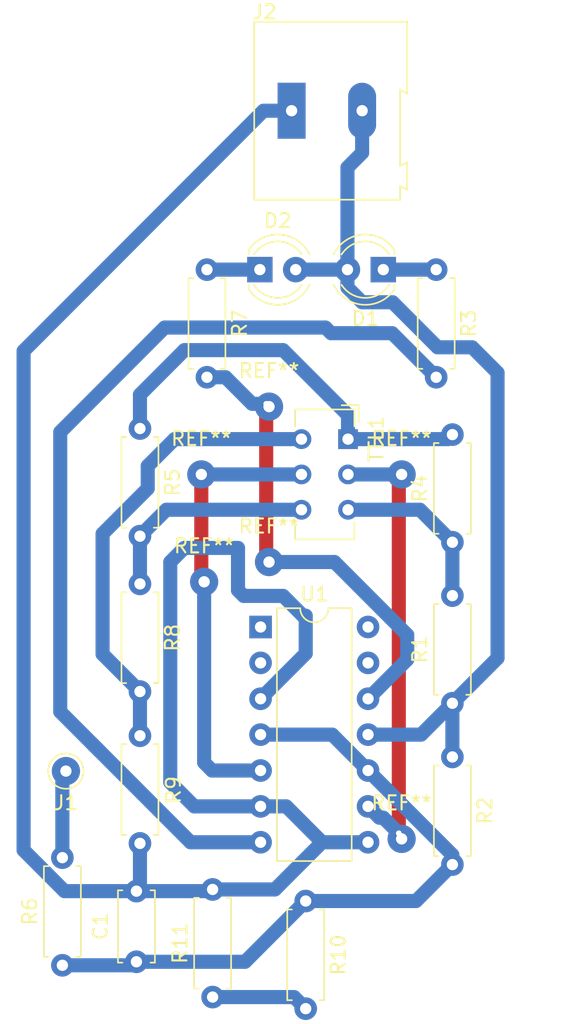
<source format=kicad_pcb>
(kicad_pcb (version 20171130) (host pcbnew "(5.0.1)-3")

  (general
    (thickness 1.6)
    (drawings 0)
    (tracks 122)
    (zones 0)
    (modules 24)
    (nets 20)
  )

  (page A4)
  (layers
    (0 F.Cu signal)
    (31 B.Cu signal)
    (32 B.Adhes user)
    (33 F.Adhes user)
    (34 B.Paste user)
    (35 F.Paste user)
    (36 B.SilkS user)
    (37 F.SilkS user)
    (38 B.Mask user)
    (39 F.Mask user)
    (40 Dwgs.User user)
    (41 Cmts.User user)
    (42 Eco1.User user)
    (43 Eco2.User user)
    (44 Edge.Cuts user)
    (45 Margin user)
    (46 B.CrtYd user)
    (47 F.CrtYd user)
    (48 B.Fab user)
    (49 F.Fab user)
  )

  (setup
    (last_trace_width 1)
    (trace_clearance 0.2)
    (zone_clearance 0.508)
    (zone_45_only no)
    (trace_min 0.2)
    (segment_width 0.2)
    (edge_width 0.1)
    (via_size 0.6)
    (via_drill 0.4)
    (via_min_size 0.4)
    (via_min_drill 0.3)
    (uvia_size 0.3)
    (uvia_drill 0.1)
    (uvias_allowed no)
    (uvia_min_size 0.2)
    (uvia_min_drill 0.1)
    (pcb_text_width 0.3)
    (pcb_text_size 1.5 1.5)
    (mod_edge_width 0.15)
    (mod_text_size 1 1)
    (mod_text_width 0.15)
    (pad_size 1.99898 1.99898)
    (pad_drill 0.8)
    (pad_to_mask_clearance 0)
    (solder_mask_min_width 0.25)
    (aux_axis_origin 0 0)
    (visible_elements 7FFFFFFF)
    (pcbplotparams
      (layerselection 0x010fc_ffffffff)
      (usegerberextensions false)
      (usegerberattributes false)
      (usegerberadvancedattributes false)
      (creategerberjobfile false)
      (excludeedgelayer true)
      (linewidth 0.100000)
      (plotframeref false)
      (viasonmask false)
      (mode 1)
      (useauxorigin false)
      (hpglpennumber 1)
      (hpglpenspeed 20)
      (hpglpendiameter 15.000000)
      (psnegative false)
      (psa4output false)
      (plotreference true)
      (plotvalue true)
      (plotinvisibletext false)
      (padsonsilk false)
      (subtractmaskfromsilk false)
      (outputformat 1)
      (mirror false)
      (drillshape 1)
      (scaleselection 1)
      (outputdirectory ""))
  )

  (net 0 "")
  (net 1 GND)
  (net 2 "Net-(C1-Pad1)")
  (net 3 +5V)
  (net 4 "Net-(D1-Pad1)")
  (net 5 "Net-(D2-Pad1)")
  (net 6 "Net-(J1-Pad1)")
  (net 7 "Net-(R1-Pad2)")
  (net 8 "Net-(R3-Pad2)")
  (net 9 "Net-(R4-Pad2)")
  (net 10 "Net-(R5-Pad2)")
  (net 11 "Net-(R7-Pad2)")
  (net 12 "Net-(R8-Pad2)")
  (net 13 "Net-(R10-Pad2)")
  (net 14 "Net-(TTL1-Pad5)")
  (net 15 "Net-(TTL1-Pad2)")
  (net 16 "Net-(U1-Pad14)")
  (net 17 "Net-(U1-Pad13)")
  (net 18 "Net-(U1-Pad2)")
  (net 19 "Net-(U1-Pad1)")

  (net_class Default "This is the default net class."
    (clearance 0.2)
    (trace_width 1)
    (via_dia 0.6)
    (via_drill 0.4)
    (uvia_dia 0.3)
    (uvia_drill 0.1)
    (add_net +5V)
    (add_net GND)
    (add_net "Net-(C1-Pad1)")
    (add_net "Net-(D1-Pad1)")
    (add_net "Net-(D2-Pad1)")
    (add_net "Net-(J1-Pad1)")
    (add_net "Net-(R1-Pad2)")
    (add_net "Net-(R10-Pad2)")
    (add_net "Net-(R3-Pad2)")
    (add_net "Net-(R4-Pad2)")
    (add_net "Net-(R5-Pad2)")
    (add_net "Net-(R7-Pad2)")
    (add_net "Net-(R8-Pad2)")
    (add_net "Net-(TTL1-Pad2)")
    (add_net "Net-(TTL1-Pad5)")
    (add_net "Net-(U1-Pad1)")
    (add_net "Net-(U1-Pad13)")
    (add_net "Net-(U1-Pad14)")
    (add_net "Net-(U1-Pad2)")
  )

  (module Capacitors_THT:C_Disc_D5.0mm_W2.5mm_P5.00mm (layer F.Cu) (tedit 5BF8064E) (tstamp 5BEB3938)
    (at 180 120.5 90)
    (descr "C, Disc series, Radial, pin pitch=5.00mm, , diameter*width=5*2.5mm^2, Capacitor, http://cdn-reichelt.de/documents/datenblatt/B300/DS_KERKO_TC.pdf")
    (tags "C Disc series Radial pin pitch 5.00mm  diameter 5mm width 2.5mm Capacitor")
    (path /5BBF9380)
    (fp_text reference C1 (at 2.5 -2.56 90) (layer F.SilkS)
      (effects (font (size 1 1) (thickness 0.15)))
    )
    (fp_text value 10nF (at 2.5 2.56 90) (layer F.Fab)
      (effects (font (size 1 1) (thickness 0.15)))
    )
    (fp_text user %R (at 2.25 0 90) (layer F.Fab)
      (effects (font (size 1 1) (thickness 0.15)))
    )
    (fp_line (start 6.05 -1.6) (end -1.05 -1.6) (layer F.CrtYd) (width 0.05))
    (fp_line (start 6.05 1.6) (end 6.05 -1.6) (layer F.CrtYd) (width 0.05))
    (fp_line (start -1.05 1.6) (end 6.05 1.6) (layer F.CrtYd) (width 0.05))
    (fp_line (start -1.05 -1.6) (end -1.05 1.6) (layer F.CrtYd) (width 0.05))
    (fp_line (start 5.06 0.996) (end 5.06 1.31) (layer F.SilkS) (width 0.12))
    (fp_line (start 5.06 -1.31) (end 5.06 -0.996) (layer F.SilkS) (width 0.12))
    (fp_line (start -0.06 0.996) (end -0.06 1.31) (layer F.SilkS) (width 0.12))
    (fp_line (start -0.06 -1.31) (end -0.06 -0.996) (layer F.SilkS) (width 0.12))
    (fp_line (start -0.06 1.31) (end 5.06 1.31) (layer F.SilkS) (width 0.12))
    (fp_line (start -0.06 -1.31) (end 5.06 -1.31) (layer F.SilkS) (width 0.12))
    (fp_line (start 5 -1.25) (end 0 -1.25) (layer F.Fab) (width 0.1))
    (fp_line (start 5 1.25) (end 5 -1.25) (layer F.Fab) (width 0.1))
    (fp_line (start 0 1.25) (end 5 1.25) (layer F.Fab) (width 0.1))
    (fp_line (start 0 -1.25) (end 0 1.25) (layer F.Fab) (width 0.1))
    (pad 2 thru_hole circle (at 5 0 90) (size 1.6 1.6) (drill 0.8) (layers *.Cu *.Mask)
      (net 1 GND))
    (pad 1 thru_hole circle (at 0 0 90) (size 1.6 1.6) (drill 0.8) (layers *.Cu *.Mask)
      (net 2 "Net-(C1-Pad1)"))
    (model ${KISYS3DMOD}/Capacitors_THT.3dshapes/C_Disc_D5.0mm_W2.5mm_P5.00mm.wrl
      (at (xyz 0 0 0))
      (scale (xyz 1 1 1))
      (rotate (xyz 0 0 0))
    )
  )

  (module LEDs:LED_D4.0mm (layer F.Cu) (tedit 5BF805E5) (tstamp 5BEB3900)
    (at 197.5 71.5 180)
    (descr "LED, diameter 4.0mm, 2 pins, http://www.kingbright.com/attachments/file/psearch/000/00/00/L-43GD(Ver.12B).pdf")
    (tags "LED diameter 4.0mm 2 pins")
    (path /5BBF0DAA)
    (fp_text reference D1 (at 1.27 -3.46 180) (layer F.SilkS)
      (effects (font (size 1 1) (thickness 0.15)))
    )
    (fp_text value "LED HIGH" (at 1.27 3.46 180) (layer F.Fab)
      (effects (font (size 1 1) (thickness 0.15)))
    )
    (fp_line (start 4 -2.75) (end -1.45 -2.75) (layer F.CrtYd) (width 0.05))
    (fp_line (start 4 2.75) (end 4 -2.75) (layer F.CrtYd) (width 0.05))
    (fp_line (start -1.45 2.75) (end 4 2.75) (layer F.CrtYd) (width 0.05))
    (fp_line (start -1.45 -2.75) (end -1.45 2.75) (layer F.CrtYd) (width 0.05))
    (fp_line (start -0.79 1.08) (end -0.79 1.399) (layer F.SilkS) (width 0.12))
    (fp_line (start -0.79 -1.399) (end -0.79 -1.08) (layer F.SilkS) (width 0.12))
    (fp_line (start -0.73 -1.32665) (end -0.73 1.32665) (layer F.Fab) (width 0.1))
    (fp_circle (center 1.27 0) (end 3.27 0) (layer F.Fab) (width 0.1))
    (fp_arc (start 1.27 0) (end -0.41333 1.08) (angle -114.6) (layer F.SilkS) (width 0.12))
    (fp_arc (start 1.27 0) (end -0.41333 -1.08) (angle 114.6) (layer F.SilkS) (width 0.12))
    (fp_arc (start 1.27 0) (end -0.79 1.398749) (angle -120.1) (layer F.SilkS) (width 0.12))
    (fp_arc (start 1.27 0) (end -0.79 -1.398749) (angle 120.1) (layer F.SilkS) (width 0.12))
    (fp_arc (start 1.27 0) (end -0.73 -1.32665) (angle 292.9) (layer F.Fab) (width 0.1))
    (pad 2 thru_hole circle (at 2.54 0 180) (size 1.8 1.8) (drill 0.8) (layers *.Cu *.Mask)
      (net 3 +5V))
    (pad 1 thru_hole rect (at 0 0 180) (size 1.8 1.8) (drill 0.8) (layers *.Cu *.Mask)
      (net 4 "Net-(D1-Pad1)"))
    (model ${KISYS3DMOD}/LEDs.3dshapes/LED_D4.0mm.wrl
      (at (xyz 0 0 0))
      (scale (xyz 0.393701 0.393701 0.393701))
      (rotate (xyz 0 0 0))
    )
  )

  (module LEDs:LED_D4.0mm (layer F.Cu) (tedit 5BF805E1) (tstamp 5BEB3798)
    (at 188.75 71.5)
    (descr "LED, diameter 4.0mm, 2 pins, http://www.kingbright.com/attachments/file/psearch/000/00/00/L-43GD(Ver.12B).pdf")
    (tags "LED diameter 4.0mm 2 pins")
    (path /5BBF0E71)
    (fp_text reference D2 (at 1.27 -3.46) (layer F.SilkS)
      (effects (font (size 1 1) (thickness 0.15)))
    )
    (fp_text value "LED LOW" (at 1.27 3.46) (layer F.Fab)
      (effects (font (size 1 1) (thickness 0.15)))
    )
    (fp_arc (start 1.27 0) (end -0.73 -1.32665) (angle 292.9) (layer F.Fab) (width 0.1))
    (fp_arc (start 1.27 0) (end -0.79 -1.398749) (angle 120.1) (layer F.SilkS) (width 0.12))
    (fp_arc (start 1.27 0) (end -0.79 1.398749) (angle -120.1) (layer F.SilkS) (width 0.12))
    (fp_arc (start 1.27 0) (end -0.41333 -1.08) (angle 114.6) (layer F.SilkS) (width 0.12))
    (fp_arc (start 1.27 0) (end -0.41333 1.08) (angle -114.6) (layer F.SilkS) (width 0.12))
    (fp_circle (center 1.27 0) (end 3.27 0) (layer F.Fab) (width 0.1))
    (fp_line (start -0.73 -1.32665) (end -0.73 1.32665) (layer F.Fab) (width 0.1))
    (fp_line (start -0.79 -1.399) (end -0.79 -1.08) (layer F.SilkS) (width 0.12))
    (fp_line (start -0.79 1.08) (end -0.79 1.399) (layer F.SilkS) (width 0.12))
    (fp_line (start -1.45 -2.75) (end -1.45 2.75) (layer F.CrtYd) (width 0.05))
    (fp_line (start -1.45 2.75) (end 4 2.75) (layer F.CrtYd) (width 0.05))
    (fp_line (start 4 2.75) (end 4 -2.75) (layer F.CrtYd) (width 0.05))
    (fp_line (start 4 -2.75) (end -1.45 -2.75) (layer F.CrtYd) (width 0.05))
    (pad 1 thru_hole rect (at 0 0) (size 1.8 1.8) (drill 0.8) (layers *.Cu *.Mask)
      (net 5 "Net-(D2-Pad1)"))
    (pad 2 thru_hole circle (at 2.54 0) (size 1.8 1.8) (drill 0.8) (layers *.Cu *.Mask)
      (net 3 +5V))
    (model ${KISYS3DMOD}/LEDs.3dshapes/LED_D4.0mm.wrl
      (at (xyz 0 0 0))
      (scale (xyz 0.393701 0.393701 0.393701))
      (rotate (xyz 0 0 0))
    )
  )

  (module Connectors:Pin_d1.0mm_L10.0mm (layer F.Cu) (tedit 5BF8063F) (tstamp 5BEB3774)
    (at 175 107)
    (descr "solder Pin_ diameter 1.0mm, hole diameter 1.0mm (press fit), length 10.0mm")
    (tags "solder Pin_ press fit")
    (path /5BBF1BCB)
    (fp_text reference J1 (at 0 2.25) (layer F.SilkS)
      (effects (font (size 1 1) (thickness 0.15)))
    )
    (fp_text value "TEST PROBE" (at 0 -2.05) (layer F.Fab)
      (effects (font (size 1 1) (thickness 0.15)))
    )
    (fp_circle (center 0 0) (end 1.25 0.05) (layer F.SilkS) (width 0.12))
    (fp_circle (center 0 0) (end 1 0) (layer F.Fab) (width 0.12))
    (fp_circle (center 0 0) (end 0.5 0) (layer F.Fab) (width 0.12))
    (fp_circle (center 0 0) (end 1.5 0) (layer F.CrtYd) (width 0.05))
    (fp_text user %R (at 0 2.25) (layer F.Fab)
      (effects (font (size 1 1) (thickness 0.15)))
    )
    (pad 1 thru_hole circle (at 0 0) (size 2 2) (drill 0.8) (layers *.Cu *.Mask)
      (net 6 "Net-(J1-Pad1)"))
    (model ${KISYS3DMOD}/Connectors.3dshapes/Pin_d1.0mm_L10.0mm.wrl
      (at (xyz 0 0 0))
      (scale (xyz 1 1 1))
      (rotate (xyz 0 0 0))
    )
  )

  (module Connectors_Terminal_Blocks:TerminalBlock_Altech_AK300-2_P5.00mm (layer F.Cu) (tedit 5BF80671) (tstamp 5BEB3822)
    (at 191 60.25)
    (descr "Altech AK300 terminal block, pitch 5.0mm, 45 degree angled, see http://www.mouser.com/ds/2/16/PCBMETRC-24178.pdf")
    (tags "Altech AK300 terminal block pitch 5.0mm")
    (path /5BD755FA)
    (fp_text reference J2 (at -1.92 -6.99) (layer F.SilkS)
      (effects (font (size 1 1) (thickness 0.15)))
    )
    (fp_text value Conn_01x02 (at 2.78 7.75) (layer F.Fab)
      (effects (font (size 1 1) (thickness 0.15)))
    )
    (fp_arc (start -1.13 -4.65) (end -1.42 -4.13) (angle 104.2) (layer F.Fab) (width 0.1))
    (fp_arc (start -0.01 -3.71) (end -1.62 -5) (angle 100) (layer F.Fab) (width 0.1))
    (fp_arc (start 0.06 -6.07) (end 1.53 -4.12) (angle 75.5) (layer F.Fab) (width 0.1))
    (fp_arc (start 1.03 -4.59) (end 1.53 -5.05) (angle 90.5) (layer F.Fab) (width 0.1))
    (fp_arc (start 3.87 -4.65) (end 3.58 -4.13) (angle 104.2) (layer F.Fab) (width 0.1))
    (fp_arc (start 4.99 -3.71) (end 3.39 -5) (angle 100) (layer F.Fab) (width 0.1))
    (fp_arc (start 5.07 -6.07) (end 6.53 -4.12) (angle 75.5) (layer F.Fab) (width 0.1))
    (fp_arc (start 6.03 -4.59) (end 6.54 -5.05) (angle 90.5) (layer F.Fab) (width 0.1))
    (fp_line (start 8.36 6.47) (end -2.83 6.47) (layer F.CrtYd) (width 0.05))
    (fp_line (start 8.36 6.47) (end 8.36 -6.47) (layer F.CrtYd) (width 0.05))
    (fp_line (start -2.83 -6.47) (end -2.83 6.47) (layer F.CrtYd) (width 0.05))
    (fp_line (start -2.83 -6.47) (end 8.36 -6.47) (layer F.CrtYd) (width 0.05))
    (fp_line (start 3.36 -0.25) (end 6.67 -0.25) (layer F.Fab) (width 0.1))
    (fp_line (start 2.98 -0.25) (end 3.36 -0.25) (layer F.Fab) (width 0.1))
    (fp_line (start 7.05 -0.25) (end 6.67 -0.25) (layer F.Fab) (width 0.1))
    (fp_line (start 6.67 -0.64) (end 3.36 -0.64) (layer F.Fab) (width 0.1))
    (fp_line (start 7.61 -0.64) (end 6.67 -0.64) (layer F.Fab) (width 0.1))
    (fp_line (start 1.66 -0.64) (end 3.36 -0.64) (layer F.Fab) (width 0.1))
    (fp_line (start -1.64 -0.64) (end 1.66 -0.64) (layer F.Fab) (width 0.1))
    (fp_line (start -2.58 -0.64) (end -1.64 -0.64) (layer F.Fab) (width 0.1))
    (fp_line (start 1.66 -0.25) (end -1.64 -0.25) (layer F.Fab) (width 0.1))
    (fp_line (start 2.04 -0.25) (end 1.66 -0.25) (layer F.Fab) (width 0.1))
    (fp_line (start -2.02 -0.25) (end -1.64 -0.25) (layer F.Fab) (width 0.1))
    (fp_line (start -1.49 -4.32) (end 1.56 -4.95) (layer F.Fab) (width 0.1))
    (fp_line (start -1.62 -4.45) (end 1.44 -5.08) (layer F.Fab) (width 0.1))
    (fp_line (start 3.52 -4.32) (end 6.56 -4.95) (layer F.Fab) (width 0.1))
    (fp_line (start 3.39 -4.45) (end 6.44 -5.08) (layer F.Fab) (width 0.1))
    (fp_line (start 2.04 -5.97) (end -2.02 -5.97) (layer F.Fab) (width 0.1))
    (fp_line (start -2.02 -3.43) (end -2.02 -5.97) (layer F.Fab) (width 0.1))
    (fp_line (start 2.04 -3.43) (end -2.02 -3.43) (layer F.Fab) (width 0.1))
    (fp_line (start 2.04 -3.43) (end 2.04 -5.97) (layer F.Fab) (width 0.1))
    (fp_line (start 7.05 -3.43) (end 2.98 -3.43) (layer F.Fab) (width 0.1))
    (fp_line (start 7.05 -5.97) (end 7.05 -3.43) (layer F.Fab) (width 0.1))
    (fp_line (start 2.98 -5.97) (end 7.05 -5.97) (layer F.Fab) (width 0.1))
    (fp_line (start 2.98 -3.43) (end 2.98 -5.97) (layer F.Fab) (width 0.1))
    (fp_line (start 7.61 -3.17) (end 7.61 -1.65) (layer F.Fab) (width 0.1))
    (fp_line (start -2.58 -3.17) (end -2.58 -6.22) (layer F.Fab) (width 0.1))
    (fp_line (start -2.58 -3.17) (end 7.61 -3.17) (layer F.Fab) (width 0.1))
    (fp_line (start 7.61 -0.64) (end 7.61 4.06) (layer F.Fab) (width 0.1))
    (fp_line (start 7.61 -1.65) (end 7.61 -0.64) (layer F.Fab) (width 0.1))
    (fp_line (start -2.58 -0.64) (end -2.58 -3.17) (layer F.Fab) (width 0.1))
    (fp_line (start -2.58 6.22) (end -2.58 -0.64) (layer F.Fab) (width 0.1))
    (fp_line (start 6.67 0.51) (end 6.28 0.51) (layer F.Fab) (width 0.1))
    (fp_line (start 3.36 0.51) (end 3.74 0.51) (layer F.Fab) (width 0.1))
    (fp_line (start 1.66 0.51) (end 1.28 0.51) (layer F.Fab) (width 0.1))
    (fp_line (start -1.64 0.51) (end -1.26 0.51) (layer F.Fab) (width 0.1))
    (fp_line (start -1.64 3.68) (end -1.64 0.51) (layer F.Fab) (width 0.1))
    (fp_line (start 1.66 3.68) (end -1.64 3.68) (layer F.Fab) (width 0.1))
    (fp_line (start 1.66 3.68) (end 1.66 0.51) (layer F.Fab) (width 0.1))
    (fp_line (start 3.36 3.68) (end 3.36 0.51) (layer F.Fab) (width 0.1))
    (fp_line (start 6.67 3.68) (end 3.36 3.68) (layer F.Fab) (width 0.1))
    (fp_line (start 6.67 3.68) (end 6.67 0.51) (layer F.Fab) (width 0.1))
    (fp_line (start -2.02 4.32) (end -2.02 6.22) (layer F.Fab) (width 0.1))
    (fp_line (start 2.04 4.32) (end 2.04 -0.25) (layer F.Fab) (width 0.1))
    (fp_line (start 2.04 4.32) (end -2.02 4.32) (layer F.Fab) (width 0.1))
    (fp_line (start 7.05 4.32) (end 7.05 6.22) (layer F.Fab) (width 0.1))
    (fp_line (start 2.98 4.32) (end 2.98 -0.25) (layer F.Fab) (width 0.1))
    (fp_line (start 2.98 4.32) (end 7.05 4.32) (layer F.Fab) (width 0.1))
    (fp_line (start -2.02 6.22) (end 2.04 6.22) (layer F.Fab) (width 0.1))
    (fp_line (start -2.58 6.22) (end -2.02 6.22) (layer F.Fab) (width 0.1))
    (fp_line (start -2.02 -0.25) (end -2.02 4.32) (layer F.Fab) (width 0.1))
    (fp_line (start 2.04 6.22) (end 2.98 6.22) (layer F.Fab) (width 0.1))
    (fp_line (start 2.04 6.22) (end 2.04 4.32) (layer F.Fab) (width 0.1))
    (fp_line (start 7.05 6.22) (end 7.61 6.22) (layer F.Fab) (width 0.1))
    (fp_line (start 2.98 6.22) (end 7.05 6.22) (layer F.Fab) (width 0.1))
    (fp_line (start 7.05 -0.25) (end 7.05 4.32) (layer F.Fab) (width 0.1))
    (fp_line (start 2.98 6.22) (end 2.98 4.32) (layer F.Fab) (width 0.1))
    (fp_line (start 8.11 3.81) (end 8.11 5.46) (layer F.Fab) (width 0.1))
    (fp_line (start 7.61 4.06) (end 7.61 5.21) (layer F.Fab) (width 0.1))
    (fp_line (start 8.11 3.81) (end 7.61 4.06) (layer F.Fab) (width 0.1))
    (fp_line (start 7.61 5.21) (end 7.61 6.22) (layer F.Fab) (width 0.1))
    (fp_line (start 8.11 5.46) (end 7.61 5.21) (layer F.Fab) (width 0.1))
    (fp_line (start 8.11 -1.4) (end 7.61 -1.65) (layer F.Fab) (width 0.1))
    (fp_line (start 8.11 -6.22) (end 8.11 -1.4) (layer F.Fab) (width 0.1))
    (fp_line (start 7.61 -6.22) (end 8.11 -6.22) (layer F.Fab) (width 0.1))
    (fp_line (start 7.61 -6.22) (end -2.58 -6.22) (layer F.Fab) (width 0.1))
    (fp_line (start 7.61 -6.22) (end 7.61 -3.17) (layer F.Fab) (width 0.1))
    (fp_line (start 3.74 2.54) (end 3.74 -0.25) (layer F.Fab) (width 0.1))
    (fp_line (start 3.74 -0.25) (end 6.28 -0.25) (layer F.Fab) (width 0.1))
    (fp_line (start 6.28 2.54) (end 6.28 -0.25) (layer F.Fab) (width 0.1))
    (fp_line (start 3.74 2.54) (end 6.28 2.54) (layer F.Fab) (width 0.1))
    (fp_line (start -1.26 2.54) (end -1.26 -0.25) (layer F.Fab) (width 0.1))
    (fp_line (start -1.26 -0.25) (end 1.28 -0.25) (layer F.Fab) (width 0.1))
    (fp_line (start 1.28 2.54) (end 1.28 -0.25) (layer F.Fab) (width 0.1))
    (fp_line (start -1.26 2.54) (end 1.28 2.54) (layer F.Fab) (width 0.1))
    (fp_line (start 8.2 -6.3) (end -2.65 -6.3) (layer F.SilkS) (width 0.12))
    (fp_line (start 8.2 -1.2) (end 8.2 -6.3) (layer F.SilkS) (width 0.12))
    (fp_line (start 7.7 -1.5) (end 8.2 -1.2) (layer F.SilkS) (width 0.12))
    (fp_line (start 7.7 3.9) (end 7.7 -1.5) (layer F.SilkS) (width 0.12))
    (fp_line (start 8.2 3.65) (end 7.7 3.9) (layer F.SilkS) (width 0.12))
    (fp_line (start 8.2 3.7) (end 8.2 3.65) (layer F.SilkS) (width 0.12))
    (fp_line (start 8.2 5.6) (end 8.2 3.7) (layer F.SilkS) (width 0.12))
    (fp_line (start 7.7 5.35) (end 8.2 5.6) (layer F.SilkS) (width 0.12))
    (fp_line (start 7.7 6.3) (end 7.7 5.35) (layer F.SilkS) (width 0.12))
    (fp_line (start -2.65 6.3) (end 7.7 6.3) (layer F.SilkS) (width 0.12))
    (fp_line (start -2.65 -6.3) (end -2.65 6.3) (layer F.SilkS) (width 0.12))
    (fp_text user %R (at 2.5 -2) (layer F.Fab)
      (effects (font (size 1 1) (thickness 0.15)))
    )
    (pad 2 thru_hole oval (at 5 0) (size 1.98 3.96) (drill 0.8) (layers *.Cu *.Mask)
      (net 3 +5V))
    (pad 1 thru_hole rect (at 0 0) (size 1.98 3.96) (drill 0.8) (layers *.Cu *.Mask)
      (net 1 GND))
    (model ${KISYS3DMOD}/Terminal_Blocks.3dshapes/TerminalBlock_Altech_AK300-2_P5.00mm.wrl
      (at (xyz 0 0 0))
      (scale (xyz 1 1 1))
      (rotate (xyz 0 0 0))
    )
  )

  (module Resistors_THT:R_Axial_DIN0207_L6.3mm_D2.5mm_P7.62mm_Horizontal (layer F.Cu) (tedit 5874F706) (tstamp 5BEB3741)
    (at 202.4 102.2 90)
    (descr "Resistor, Axial_DIN0207 series, Axial, Horizontal, pin pitch=7.62mm, 0.25W = 1/4W, length*diameter=6.3*2.5mm^2, http://cdn-reichelt.de/documents/datenblatt/B400/1_4W%23YAG.pdf")
    (tags "Resistor Axial_DIN0207 series Axial Horizontal pin pitch 7.62mm 0.25W = 1/4W length 6.3mm diameter 2.5mm")
    (path /5BBF0ACE)
    (fp_text reference R1 (at 3.81 -2.31 90) (layer F.SilkS)
      (effects (font (size 1 1) (thickness 0.15)))
    )
    (fp_text value 47k (at 3.81 2.31 90) (layer F.Fab)
      (effects (font (size 1 1) (thickness 0.15)))
    )
    (fp_line (start 0.66 -1.25) (end 0.66 1.25) (layer F.Fab) (width 0.1))
    (fp_line (start 0.66 1.25) (end 6.96 1.25) (layer F.Fab) (width 0.1))
    (fp_line (start 6.96 1.25) (end 6.96 -1.25) (layer F.Fab) (width 0.1))
    (fp_line (start 6.96 -1.25) (end 0.66 -1.25) (layer F.Fab) (width 0.1))
    (fp_line (start 0 0) (end 0.66 0) (layer F.Fab) (width 0.1))
    (fp_line (start 7.62 0) (end 6.96 0) (layer F.Fab) (width 0.1))
    (fp_line (start 0.6 -0.98) (end 0.6 -1.31) (layer F.SilkS) (width 0.12))
    (fp_line (start 0.6 -1.31) (end 7.02 -1.31) (layer F.SilkS) (width 0.12))
    (fp_line (start 7.02 -1.31) (end 7.02 -0.98) (layer F.SilkS) (width 0.12))
    (fp_line (start 0.6 0.98) (end 0.6 1.31) (layer F.SilkS) (width 0.12))
    (fp_line (start 0.6 1.31) (end 7.02 1.31) (layer F.SilkS) (width 0.12))
    (fp_line (start 7.02 1.31) (end 7.02 0.98) (layer F.SilkS) (width 0.12))
    (fp_line (start -1.05 -1.6) (end -1.05 1.6) (layer F.CrtYd) (width 0.05))
    (fp_line (start -1.05 1.6) (end 8.7 1.6) (layer F.CrtYd) (width 0.05))
    (fp_line (start 8.7 1.6) (end 8.7 -1.6) (layer F.CrtYd) (width 0.05))
    (fp_line (start 8.7 -1.6) (end -1.05 -1.6) (layer F.CrtYd) (width 0.05))
    (pad 1 thru_hole circle (at 0 0 90) (size 1.6 1.6) (drill 0.8) (layers *.Cu *.Mask)
      (net 3 +5V))
    (pad 2 thru_hole oval (at 7.62 0 90) (size 1.6 1.6) (drill 0.8) (layers *.Cu *.Mask)
      (net 7 "Net-(R1-Pad2)"))
    (model ${KISYS3DMOD}/Resistors_THT.3dshapes/R_Axial_DIN0207_L6.3mm_D2.5mm_P7.62mm_Horizontal.wrl
      (at (xyz 0 0 0))
      (scale (xyz 0.393701 0.393701 0.393701))
      (rotate (xyz 0 0 0))
    )
  )

  (module Resistors_THT:R_Axial_DIN0207_L6.3mm_D2.5mm_P7.62mm_Horizontal (layer F.Cu) (tedit 5874F706) (tstamp 5BEB41E2)
    (at 202.4 106 270)
    (descr "Resistor, Axial_DIN0207 series, Axial, Horizontal, pin pitch=7.62mm, 0.25W = 1/4W, length*diameter=6.3*2.5mm^2, http://cdn-reichelt.de/documents/datenblatt/B400/1_4W%23YAG.pdf")
    (tags "Resistor Axial_DIN0207 series Axial Horizontal pin pitch 7.62mm 0.25W = 1/4W length 6.3mm diameter 2.5mm")
    (path /5BBF0B71)
    (fp_text reference R2 (at 3.81 -2.31 270) (layer F.SilkS)
      (effects (font (size 1 1) (thickness 0.15)))
    )
    (fp_text value 1.2M (at 3.81 2.31 270) (layer F.Fab)
      (effects (font (size 1 1) (thickness 0.15)))
    )
    (fp_line (start 8.7 -1.6) (end -1.05 -1.6) (layer F.CrtYd) (width 0.05))
    (fp_line (start 8.7 1.6) (end 8.7 -1.6) (layer F.CrtYd) (width 0.05))
    (fp_line (start -1.05 1.6) (end 8.7 1.6) (layer F.CrtYd) (width 0.05))
    (fp_line (start -1.05 -1.6) (end -1.05 1.6) (layer F.CrtYd) (width 0.05))
    (fp_line (start 7.02 1.31) (end 7.02 0.98) (layer F.SilkS) (width 0.12))
    (fp_line (start 0.6 1.31) (end 7.02 1.31) (layer F.SilkS) (width 0.12))
    (fp_line (start 0.6 0.98) (end 0.6 1.31) (layer F.SilkS) (width 0.12))
    (fp_line (start 7.02 -1.31) (end 7.02 -0.98) (layer F.SilkS) (width 0.12))
    (fp_line (start 0.6 -1.31) (end 7.02 -1.31) (layer F.SilkS) (width 0.12))
    (fp_line (start 0.6 -0.98) (end 0.6 -1.31) (layer F.SilkS) (width 0.12))
    (fp_line (start 7.62 0) (end 6.96 0) (layer F.Fab) (width 0.1))
    (fp_line (start 0 0) (end 0.66 0) (layer F.Fab) (width 0.1))
    (fp_line (start 6.96 -1.25) (end 0.66 -1.25) (layer F.Fab) (width 0.1))
    (fp_line (start 6.96 1.25) (end 6.96 -1.25) (layer F.Fab) (width 0.1))
    (fp_line (start 0.66 1.25) (end 6.96 1.25) (layer F.Fab) (width 0.1))
    (fp_line (start 0.66 -1.25) (end 0.66 1.25) (layer F.Fab) (width 0.1))
    (pad 2 thru_hole oval (at 7.62 0 270) (size 1.6 1.6) (drill 0.8) (layers *.Cu *.Mask)
      (net 2 "Net-(C1-Pad1)"))
    (pad 1 thru_hole circle (at 0 0 270) (size 1.6 1.6) (drill 0.8) (layers *.Cu *.Mask)
      (net 3 +5V))
    (model ${KISYS3DMOD}/Resistors_THT.3dshapes/R_Axial_DIN0207_L6.3mm_D2.5mm_P7.62mm_Horizontal.wrl
      (at (xyz 0 0 0))
      (scale (xyz 0.393701 0.393701 0.393701))
      (rotate (xyz 0 0 0))
    )
  )

  (module Resistors_THT:R_Axial_DIN0207_L6.3mm_D2.5mm_P7.62mm_Horizontal (layer F.Cu) (tedit 5874F706) (tstamp 5BEB36C3)
    (at 201.25 71.5 270)
    (descr "Resistor, Axial_DIN0207 series, Axial, Horizontal, pin pitch=7.62mm, 0.25W = 1/4W, length*diameter=6.3*2.5mm^2, http://cdn-reichelt.de/documents/datenblatt/B400/1_4W%23YAG.pdf")
    (tags "Resistor Axial_DIN0207 series Axial Horizontal pin pitch 7.62mm 0.25W = 1/4W length 6.3mm diameter 2.5mm")
    (path /5BBF0C0A)
    (fp_text reference R3 (at 3.81 -2.31 270) (layer F.SilkS)
      (effects (font (size 1 1) (thickness 0.15)))
    )
    (fp_text value 560/0.5W (at 3.81 2.31 270) (layer F.Fab)
      (effects (font (size 1 1) (thickness 0.15)))
    )
    (fp_line (start 0.66 -1.25) (end 0.66 1.25) (layer F.Fab) (width 0.1))
    (fp_line (start 0.66 1.25) (end 6.96 1.25) (layer F.Fab) (width 0.1))
    (fp_line (start 6.96 1.25) (end 6.96 -1.25) (layer F.Fab) (width 0.1))
    (fp_line (start 6.96 -1.25) (end 0.66 -1.25) (layer F.Fab) (width 0.1))
    (fp_line (start 0 0) (end 0.66 0) (layer F.Fab) (width 0.1))
    (fp_line (start 7.62 0) (end 6.96 0) (layer F.Fab) (width 0.1))
    (fp_line (start 0.6 -0.98) (end 0.6 -1.31) (layer F.SilkS) (width 0.12))
    (fp_line (start 0.6 -1.31) (end 7.02 -1.31) (layer F.SilkS) (width 0.12))
    (fp_line (start 7.02 -1.31) (end 7.02 -0.98) (layer F.SilkS) (width 0.12))
    (fp_line (start 0.6 0.98) (end 0.6 1.31) (layer F.SilkS) (width 0.12))
    (fp_line (start 0.6 1.31) (end 7.02 1.31) (layer F.SilkS) (width 0.12))
    (fp_line (start 7.02 1.31) (end 7.02 0.98) (layer F.SilkS) (width 0.12))
    (fp_line (start -1.05 -1.6) (end -1.05 1.6) (layer F.CrtYd) (width 0.05))
    (fp_line (start -1.05 1.6) (end 8.7 1.6) (layer F.CrtYd) (width 0.05))
    (fp_line (start 8.7 1.6) (end 8.7 -1.6) (layer F.CrtYd) (width 0.05))
    (fp_line (start 8.7 -1.6) (end -1.05 -1.6) (layer F.CrtYd) (width 0.05))
    (pad 1 thru_hole circle (at 0 0 270) (size 1.6 1.6) (drill 0.8) (layers *.Cu *.Mask)
      (net 4 "Net-(D1-Pad1)"))
    (pad 2 thru_hole oval (at 7.62 0 270) (size 1.6 1.6) (drill 0.8) (layers *.Cu *.Mask)
      (net 8 "Net-(R3-Pad2)"))
    (model ${KISYS3DMOD}/Resistors_THT.3dshapes/R_Axial_DIN0207_L6.3mm_D2.5mm_P7.62mm_Horizontal.wrl
      (at (xyz 0 0 0))
      (scale (xyz 0.393701 0.393701 0.393701))
      (rotate (xyz 0 0 0))
    )
  )

  (module Resistors_THT:R_Axial_DIN0207_L6.3mm_D2.5mm_P7.62mm_Horizontal (layer F.Cu) (tedit 5874F706) (tstamp 5BEB3684)
    (at 202.4 90.8 90)
    (descr "Resistor, Axial_DIN0207 series, Axial, Horizontal, pin pitch=7.62mm, 0.25W = 1/4W, length*diameter=6.3*2.5mm^2, http://cdn-reichelt.de/documents/datenblatt/B400/1_4W%23YAG.pdf")
    (tags "Resistor Axial_DIN0207 series Axial Horizontal pin pitch 7.62mm 0.25W = 1/4W length 6.3mm diameter 2.5mm")
    (path /5BBF0404)
    (fp_text reference R4 (at 3.81 -2.31 90) (layer F.SilkS)
      (effects (font (size 1 1) (thickness 0.15)))
    )
    (fp_text value 56k (at 3.81 2.31 90) (layer F.Fab)
      (effects (font (size 1 1) (thickness 0.15)))
    )
    (fp_line (start 0.66 -1.25) (end 0.66 1.25) (layer F.Fab) (width 0.1))
    (fp_line (start 0.66 1.25) (end 6.96 1.25) (layer F.Fab) (width 0.1))
    (fp_line (start 6.96 1.25) (end 6.96 -1.25) (layer F.Fab) (width 0.1))
    (fp_line (start 6.96 -1.25) (end 0.66 -1.25) (layer F.Fab) (width 0.1))
    (fp_line (start 0 0) (end 0.66 0) (layer F.Fab) (width 0.1))
    (fp_line (start 7.62 0) (end 6.96 0) (layer F.Fab) (width 0.1))
    (fp_line (start 0.6 -0.98) (end 0.6 -1.31) (layer F.SilkS) (width 0.12))
    (fp_line (start 0.6 -1.31) (end 7.02 -1.31) (layer F.SilkS) (width 0.12))
    (fp_line (start 7.02 -1.31) (end 7.02 -0.98) (layer F.SilkS) (width 0.12))
    (fp_line (start 0.6 0.98) (end 0.6 1.31) (layer F.SilkS) (width 0.12))
    (fp_line (start 0.6 1.31) (end 7.02 1.31) (layer F.SilkS) (width 0.12))
    (fp_line (start 7.02 1.31) (end 7.02 0.98) (layer F.SilkS) (width 0.12))
    (fp_line (start -1.05 -1.6) (end -1.05 1.6) (layer F.CrtYd) (width 0.05))
    (fp_line (start -1.05 1.6) (end 8.7 1.6) (layer F.CrtYd) (width 0.05))
    (fp_line (start 8.7 1.6) (end 8.7 -1.6) (layer F.CrtYd) (width 0.05))
    (fp_line (start 8.7 -1.6) (end -1.05 -1.6) (layer F.CrtYd) (width 0.05))
    (pad 1 thru_hole circle (at 0 0 90) (size 1.6 1.6) (drill 0.8) (layers *.Cu *.Mask)
      (net 7 "Net-(R1-Pad2)"))
    (pad 2 thru_hole oval (at 7.62 0 90) (size 1.6 1.6) (drill 0.8) (layers *.Cu *.Mask)
      (net 9 "Net-(R4-Pad2)"))
    (model ${KISYS3DMOD}/Resistors_THT.3dshapes/R_Axial_DIN0207_L6.3mm_D2.5mm_P7.62mm_Horizontal.wrl
      (at (xyz 0 0 0))
      (scale (xyz 0.393701 0.393701 0.393701))
      (rotate (xyz 0 0 0))
    )
  )

  (module Resistors_THT:R_Axial_DIN0207_L6.3mm_D2.5mm_P7.62mm_Horizontal (layer F.Cu) (tedit 5874F706) (tstamp 5BEB3645)
    (at 180.25 82.75 270)
    (descr "Resistor, Axial_DIN0207 series, Axial, Horizontal, pin pitch=7.62mm, 0.25W = 1/4W, length*diameter=6.3*2.5mm^2, http://cdn-reichelt.de/documents/datenblatt/B400/1_4W%23YAG.pdf")
    (tags "Resistor Axial_DIN0207 series Axial Horizontal pin pitch 7.62mm 0.25W = 1/4W length 6.3mm diameter 2.5mm")
    (path /5BBF043F)
    (fp_text reference R5 (at 3.81 -2.31 270) (layer F.SilkS)
      (effects (font (size 1 1) (thickness 0.15)))
    )
    (fp_text value 22k (at 3.81 2.31 270) (layer F.Fab)
      (effects (font (size 1 1) (thickness 0.15)))
    )
    (fp_line (start 8.7 -1.6) (end -1.05 -1.6) (layer F.CrtYd) (width 0.05))
    (fp_line (start 8.7 1.6) (end 8.7 -1.6) (layer F.CrtYd) (width 0.05))
    (fp_line (start -1.05 1.6) (end 8.7 1.6) (layer F.CrtYd) (width 0.05))
    (fp_line (start -1.05 -1.6) (end -1.05 1.6) (layer F.CrtYd) (width 0.05))
    (fp_line (start 7.02 1.31) (end 7.02 0.98) (layer F.SilkS) (width 0.12))
    (fp_line (start 0.6 1.31) (end 7.02 1.31) (layer F.SilkS) (width 0.12))
    (fp_line (start 0.6 0.98) (end 0.6 1.31) (layer F.SilkS) (width 0.12))
    (fp_line (start 7.02 -1.31) (end 7.02 -0.98) (layer F.SilkS) (width 0.12))
    (fp_line (start 0.6 -1.31) (end 7.02 -1.31) (layer F.SilkS) (width 0.12))
    (fp_line (start 0.6 -0.98) (end 0.6 -1.31) (layer F.SilkS) (width 0.12))
    (fp_line (start 7.62 0) (end 6.96 0) (layer F.Fab) (width 0.1))
    (fp_line (start 0 0) (end 0.66 0) (layer F.Fab) (width 0.1))
    (fp_line (start 6.96 -1.25) (end 0.66 -1.25) (layer F.Fab) (width 0.1))
    (fp_line (start 6.96 1.25) (end 6.96 -1.25) (layer F.Fab) (width 0.1))
    (fp_line (start 0.66 1.25) (end 6.96 1.25) (layer F.Fab) (width 0.1))
    (fp_line (start 0.66 -1.25) (end 0.66 1.25) (layer F.Fab) (width 0.1))
    (pad 2 thru_hole oval (at 7.62 0 270) (size 1.6 1.6) (drill 0.8) (layers *.Cu *.Mask)
      (net 10 "Net-(R5-Pad2)"))
    (pad 1 thru_hole circle (at 0 0 270) (size 1.6 1.6) (drill 0.8) (layers *.Cu *.Mask)
      (net 9 "Net-(R4-Pad2)"))
    (model ${KISYS3DMOD}/Resistors_THT.3dshapes/R_Axial_DIN0207_L6.3mm_D2.5mm_P7.62mm_Horizontal.wrl
      (at (xyz 0 0 0))
      (scale (xyz 0.393701 0.393701 0.393701))
      (rotate (xyz 0 0 0))
    )
  )

  (module Resistors_THT:R_Axial_DIN0207_L6.3mm_D2.5mm_P7.62mm_Horizontal (layer F.Cu) (tedit 5874F706) (tstamp 5BEB3975)
    (at 174.75 120.75 90)
    (descr "Resistor, Axial_DIN0207 series, Axial, Horizontal, pin pitch=7.62mm, 0.25W = 1/4W, length*diameter=6.3*2.5mm^2, http://cdn-reichelt.de/documents/datenblatt/B400/1_4W%23YAG.pdf")
    (tags "Resistor Axial_DIN0207 series Axial Horizontal pin pitch 7.62mm 0.25W = 1/4W length 6.3mm diameter 2.5mm")
    (path /5BBF0C7D)
    (fp_text reference R6 (at 3.81 -2.31 90) (layer F.SilkS)
      (effects (font (size 1 1) (thickness 0.15)))
    )
    (fp_text value 10k (at 3.81 2.31 90) (layer F.Fab)
      (effects (font (size 1 1) (thickness 0.15)))
    )
    (fp_line (start 8.7 -1.6) (end -1.05 -1.6) (layer F.CrtYd) (width 0.05))
    (fp_line (start 8.7 1.6) (end 8.7 -1.6) (layer F.CrtYd) (width 0.05))
    (fp_line (start -1.05 1.6) (end 8.7 1.6) (layer F.CrtYd) (width 0.05))
    (fp_line (start -1.05 -1.6) (end -1.05 1.6) (layer F.CrtYd) (width 0.05))
    (fp_line (start 7.02 1.31) (end 7.02 0.98) (layer F.SilkS) (width 0.12))
    (fp_line (start 0.6 1.31) (end 7.02 1.31) (layer F.SilkS) (width 0.12))
    (fp_line (start 0.6 0.98) (end 0.6 1.31) (layer F.SilkS) (width 0.12))
    (fp_line (start 7.02 -1.31) (end 7.02 -0.98) (layer F.SilkS) (width 0.12))
    (fp_line (start 0.6 -1.31) (end 7.02 -1.31) (layer F.SilkS) (width 0.12))
    (fp_line (start 0.6 -0.98) (end 0.6 -1.31) (layer F.SilkS) (width 0.12))
    (fp_line (start 7.62 0) (end 6.96 0) (layer F.Fab) (width 0.1))
    (fp_line (start 0 0) (end 0.66 0) (layer F.Fab) (width 0.1))
    (fp_line (start 6.96 -1.25) (end 0.66 -1.25) (layer F.Fab) (width 0.1))
    (fp_line (start 6.96 1.25) (end 6.96 -1.25) (layer F.Fab) (width 0.1))
    (fp_line (start 0.66 1.25) (end 6.96 1.25) (layer F.Fab) (width 0.1))
    (fp_line (start 0.66 -1.25) (end 0.66 1.25) (layer F.Fab) (width 0.1))
    (pad 2 thru_hole oval (at 7.62 0 90) (size 1.6 1.6) (drill 0.8) (layers *.Cu *.Mask)
      (net 6 "Net-(J1-Pad1)"))
    (pad 1 thru_hole circle (at 0 0 90) (size 1.6 1.6) (drill 0.8) (layers *.Cu *.Mask)
      (net 2 "Net-(C1-Pad1)"))
    (model ${KISYS3DMOD}/Resistors_THT.3dshapes/R_Axial_DIN0207_L6.3mm_D2.5mm_P7.62mm_Horizontal.wrl
      (at (xyz 0 0 0))
      (scale (xyz 0.393701 0.393701 0.393701))
      (rotate (xyz 0 0 0))
    )
  )

  (module Resistors_THT:R_Axial_DIN0207_L6.3mm_D2.5mm_P7.62mm_Horizontal (layer F.Cu) (tedit 5874F706) (tstamp 5BEB3B79)
    (at 185 71.5 270)
    (descr "Resistor, Axial_DIN0207 series, Axial, Horizontal, pin pitch=7.62mm, 0.25W = 1/4W, length*diameter=6.3*2.5mm^2, http://cdn-reichelt.de/documents/datenblatt/B400/1_4W%23YAG.pdf")
    (tags "Resistor Axial_DIN0207 series Axial Horizontal pin pitch 7.62mm 0.25W = 1/4W length 6.3mm diameter 2.5mm")
    (path /5BBF372D)
    (fp_text reference R7 (at 3.81 -2.31 270) (layer F.SilkS)
      (effects (font (size 1 1) (thickness 0.15)))
    )
    (fp_text value 560/0.5W (at 3.81 2.624999 270) (layer F.Fab)
      (effects (font (size 1 1) (thickness 0.15)))
    )
    (fp_line (start 0.66 -1.25) (end 0.66 1.25) (layer F.Fab) (width 0.1))
    (fp_line (start 0.66 1.25) (end 6.96 1.25) (layer F.Fab) (width 0.1))
    (fp_line (start 6.96 1.25) (end 6.96 -1.25) (layer F.Fab) (width 0.1))
    (fp_line (start 6.96 -1.25) (end 0.66 -1.25) (layer F.Fab) (width 0.1))
    (fp_line (start 0 0) (end 0.66 0) (layer F.Fab) (width 0.1))
    (fp_line (start 7.62 0) (end 6.96 0) (layer F.Fab) (width 0.1))
    (fp_line (start 0.6 -0.98) (end 0.6 -1.31) (layer F.SilkS) (width 0.12))
    (fp_line (start 0.6 -1.31) (end 7.02 -1.31) (layer F.SilkS) (width 0.12))
    (fp_line (start 7.02 -1.31) (end 7.02 -0.98) (layer F.SilkS) (width 0.12))
    (fp_line (start 0.6 0.98) (end 0.6 1.31) (layer F.SilkS) (width 0.12))
    (fp_line (start 0.6 1.31) (end 7.02 1.31) (layer F.SilkS) (width 0.12))
    (fp_line (start 7.02 1.31) (end 7.02 0.98) (layer F.SilkS) (width 0.12))
    (fp_line (start -1.05 -1.6) (end -1.05 1.6) (layer F.CrtYd) (width 0.05))
    (fp_line (start -1.05 1.6) (end 8.7 1.6) (layer F.CrtYd) (width 0.05))
    (fp_line (start 8.7 1.6) (end 8.7 -1.6) (layer F.CrtYd) (width 0.05))
    (fp_line (start 8.7 -1.6) (end -1.05 -1.6) (layer F.CrtYd) (width 0.05))
    (pad 1 thru_hole circle (at 0 0 270) (size 1.6 1.6) (drill 0.8) (layers *.Cu *.Mask)
      (net 5 "Net-(D2-Pad1)"))
    (pad 2 thru_hole oval (at 7.62 0 270) (size 1.6 1.6) (drill 0.8) (layers *.Cu *.Mask)
      (net 11 "Net-(R7-Pad2)"))
    (model ${KISYS3DMOD}/Resistors_THT.3dshapes/R_Axial_DIN0207_L6.3mm_D2.5mm_P7.62mm_Horizontal.wrl
      (at (xyz 0 0 0))
      (scale (xyz 0.393701 0.393701 0.393701))
      (rotate (xyz 0 0 0))
    )
  )

  (module Resistors_THT:R_Axial_DIN0207_L6.3mm_D2.5mm_P7.62mm_Horizontal (layer F.Cu) (tedit 5874F706) (tstamp 5BEB3B3A)
    (at 180.25 93.75 270)
    (descr "Resistor, Axial_DIN0207 series, Axial, Horizontal, pin pitch=7.62mm, 0.25W = 1/4W, length*diameter=6.3*2.5mm^2, http://cdn-reichelt.de/documents/datenblatt/B400/1_4W%23YAG.pdf")
    (tags "Resistor Axial_DIN0207 series Axial Horizontal pin pitch 7.62mm 0.25W = 1/4W length 6.3mm diameter 2.5mm")
    (path /5BBF02DC)
    (fp_text reference R8 (at 3.81 -2.31 270) (layer F.SilkS)
      (effects (font (size 1 1) (thickness 0.15)))
    )
    (fp_text value 47k (at 3.81 2.31 270) (layer F.Fab)
      (effects (font (size 1 1) (thickness 0.15)))
    )
    (fp_line (start 8.7 -1.6) (end -1.05 -1.6) (layer F.CrtYd) (width 0.05))
    (fp_line (start 8.7 1.6) (end 8.7 -1.6) (layer F.CrtYd) (width 0.05))
    (fp_line (start -1.05 1.6) (end 8.7 1.6) (layer F.CrtYd) (width 0.05))
    (fp_line (start -1.05 -1.6) (end -1.05 1.6) (layer F.CrtYd) (width 0.05))
    (fp_line (start 7.02 1.31) (end 7.02 0.98) (layer F.SilkS) (width 0.12))
    (fp_line (start 0.6 1.31) (end 7.02 1.31) (layer F.SilkS) (width 0.12))
    (fp_line (start 0.6 0.98) (end 0.6 1.31) (layer F.SilkS) (width 0.12))
    (fp_line (start 7.02 -1.31) (end 7.02 -0.98) (layer F.SilkS) (width 0.12))
    (fp_line (start 0.6 -1.31) (end 7.02 -1.31) (layer F.SilkS) (width 0.12))
    (fp_line (start 0.6 -0.98) (end 0.6 -1.31) (layer F.SilkS) (width 0.12))
    (fp_line (start 7.62 0) (end 6.96 0) (layer F.Fab) (width 0.1))
    (fp_line (start 0 0) (end 0.66 0) (layer F.Fab) (width 0.1))
    (fp_line (start 6.96 -1.25) (end 0.66 -1.25) (layer F.Fab) (width 0.1))
    (fp_line (start 6.96 1.25) (end 6.96 -1.25) (layer F.Fab) (width 0.1))
    (fp_line (start 0.66 1.25) (end 6.96 1.25) (layer F.Fab) (width 0.1))
    (fp_line (start 0.66 -1.25) (end 0.66 1.25) (layer F.Fab) (width 0.1))
    (pad 2 thru_hole oval (at 7.62 0 270) (size 1.6 1.6) (drill 0.8) (layers *.Cu *.Mask)
      (net 12 "Net-(R8-Pad2)"))
    (pad 1 thru_hole circle (at 0 0 270) (size 1.6 1.6) (drill 0.8) (layers *.Cu *.Mask)
      (net 10 "Net-(R5-Pad2)"))
    (model ${KISYS3DMOD}/Resistors_THT.3dshapes/R_Axial_DIN0207_L6.3mm_D2.5mm_P7.62mm_Horizontal.wrl
      (at (xyz 0 0 0))
      (scale (xyz 0.393701 0.393701 0.393701))
      (rotate (xyz 0 0 0))
    )
  )

  (module Resistors_THT:R_Axial_DIN0207_L6.3mm_D2.5mm_P7.62mm_Horizontal (layer F.Cu) (tedit 5874F706) (tstamp 5BEB3AFB)
    (at 180.25 104.5 270)
    (descr "Resistor, Axial_DIN0207 series, Axial, Horizontal, pin pitch=7.62mm, 0.25W = 1/4W, length*diameter=6.3*2.5mm^2, http://cdn-reichelt.de/documents/datenblatt/B400/1_4W%23YAG.pdf")
    (tags "Resistor Axial_DIN0207 series Axial Horizontal pin pitch 7.62mm 0.25W = 1/4W length 6.3mm diameter 2.5mm")
    (path /5BBF0383)
    (fp_text reference R9 (at 3.834999 -2.375001 270) (layer F.SilkS)
      (effects (font (size 1 1) (thickness 0.15)))
    )
    (fp_text value 33k (at 3.81 2.31 270) (layer F.Fab)
      (effects (font (size 1 1) (thickness 0.15)))
    )
    (fp_line (start 8.7 -1.6) (end -1.05 -1.6) (layer F.CrtYd) (width 0.05))
    (fp_line (start 8.7 1.6) (end 8.7 -1.6) (layer F.CrtYd) (width 0.05))
    (fp_line (start -1.05 1.6) (end 8.7 1.6) (layer F.CrtYd) (width 0.05))
    (fp_line (start -1.05 -1.6) (end -1.05 1.6) (layer F.CrtYd) (width 0.05))
    (fp_line (start 7.02 1.31) (end 7.02 0.98) (layer F.SilkS) (width 0.12))
    (fp_line (start 0.6 1.31) (end 7.02 1.31) (layer F.SilkS) (width 0.12))
    (fp_line (start 0.6 0.98) (end 0.6 1.31) (layer F.SilkS) (width 0.12))
    (fp_line (start 7.02 -1.31) (end 7.02 -0.98) (layer F.SilkS) (width 0.12))
    (fp_line (start 0.6 -1.31) (end 7.02 -1.31) (layer F.SilkS) (width 0.12))
    (fp_line (start 0.6 -0.98) (end 0.6 -1.31) (layer F.SilkS) (width 0.12))
    (fp_line (start 7.62 0) (end 6.96 0) (layer F.Fab) (width 0.1))
    (fp_line (start 0 0) (end 0.66 0) (layer F.Fab) (width 0.1))
    (fp_line (start 6.96 -1.25) (end 0.66 -1.25) (layer F.Fab) (width 0.1))
    (fp_line (start 6.96 1.25) (end 6.96 -1.25) (layer F.Fab) (width 0.1))
    (fp_line (start 0.66 1.25) (end 6.96 1.25) (layer F.Fab) (width 0.1))
    (fp_line (start 0.66 -1.25) (end 0.66 1.25) (layer F.Fab) (width 0.1))
    (pad 2 thru_hole oval (at 7.62 0 270) (size 1.6 1.6) (drill 0.8) (layers *.Cu *.Mask)
      (net 1 GND))
    (pad 1 thru_hole circle (at 0 0 270) (size 1.6 1.6) (drill 0.8) (layers *.Cu *.Mask)
      (net 12 "Net-(R8-Pad2)"))
    (model ${KISYS3DMOD}/Resistors_THT.3dshapes/R_Axial_DIN0207_L6.3mm_D2.5mm_P7.62mm_Horizontal.wrl
      (at (xyz 0 0 0))
      (scale (xyz 0.393701 0.393701 0.393701))
      (rotate (xyz 0 0 0))
    )
  )

  (module Resistors_THT:R_Axial_DIN0207_L6.3mm_D2.5mm_P7.62mm_Horizontal (layer F.Cu) (tedit 5874F706) (tstamp 5BEB3ABC)
    (at 192 116.2 270)
    (descr "Resistor, Axial_DIN0207 series, Axial, Horizontal, pin pitch=7.62mm, 0.25W = 1/4W, length*diameter=6.3*2.5mm^2, http://cdn-reichelt.de/documents/datenblatt/B400/1_4W%23YAG.pdf")
    (tags "Resistor Axial_DIN0207 series Axial Horizontal pin pitch 7.62mm 0.25W = 1/4W length 6.3mm diameter 2.5mm")
    (path /5BBF04AF)
    (fp_text reference R10 (at 3.81 -2.31 270) (layer F.SilkS)
      (effects (font (size 1 1) (thickness 0.15)))
    )
    (fp_text value 680k (at 3.81 2.31 270) (layer F.Fab)
      (effects (font (size 1 1) (thickness 0.15)))
    )
    (fp_line (start 8.7 -1.6) (end -1.05 -1.6) (layer F.CrtYd) (width 0.05))
    (fp_line (start 8.7 1.6) (end 8.7 -1.6) (layer F.CrtYd) (width 0.05))
    (fp_line (start -1.05 1.6) (end 8.7 1.6) (layer F.CrtYd) (width 0.05))
    (fp_line (start -1.05 -1.6) (end -1.05 1.6) (layer F.CrtYd) (width 0.05))
    (fp_line (start 7.02 1.31) (end 7.02 0.98) (layer F.SilkS) (width 0.12))
    (fp_line (start 0.6 1.31) (end 7.02 1.31) (layer F.SilkS) (width 0.12))
    (fp_line (start 0.6 0.98) (end 0.6 1.31) (layer F.SilkS) (width 0.12))
    (fp_line (start 7.02 -1.31) (end 7.02 -0.98) (layer F.SilkS) (width 0.12))
    (fp_line (start 0.6 -1.31) (end 7.02 -1.31) (layer F.SilkS) (width 0.12))
    (fp_line (start 0.6 -0.98) (end 0.6 -1.31) (layer F.SilkS) (width 0.12))
    (fp_line (start 7.62 0) (end 6.96 0) (layer F.Fab) (width 0.1))
    (fp_line (start 0 0) (end 0.66 0) (layer F.Fab) (width 0.1))
    (fp_line (start 6.96 -1.25) (end 0.66 -1.25) (layer F.Fab) (width 0.1))
    (fp_line (start 6.96 1.25) (end 6.96 -1.25) (layer F.Fab) (width 0.1))
    (fp_line (start 0.66 1.25) (end 6.96 1.25) (layer F.Fab) (width 0.1))
    (fp_line (start 0.66 -1.25) (end 0.66 1.25) (layer F.Fab) (width 0.1))
    (pad 2 thru_hole oval (at 7.62 0 270) (size 1.6 1.6) (drill 0.8) (layers *.Cu *.Mask)
      (net 13 "Net-(R10-Pad2)"))
    (pad 1 thru_hole circle (at 0 0 270) (size 1.6 1.6) (drill 0.8) (layers *.Cu *.Mask)
      (net 2 "Net-(C1-Pad1)"))
    (model ${KISYS3DMOD}/Resistors_THT.3dshapes/R_Axial_DIN0207_L6.3mm_D2.5mm_P7.62mm_Horizontal.wrl
      (at (xyz 0 0 0))
      (scale (xyz 0.393701 0.393701 0.393701))
      (rotate (xyz 0 0 0))
    )
  )

  (module Resistors_THT:R_Axial_DIN0207_L6.3mm_D2.5mm_P7.62mm_Horizontal (layer F.Cu) (tedit 5874F706) (tstamp 5BEB3A7D)
    (at 185.4 123 90)
    (descr "Resistor, Axial_DIN0207 series, Axial, Horizontal, pin pitch=7.62mm, 0.25W = 1/4W, length*diameter=6.3*2.5mm^2, http://cdn-reichelt.de/documents/datenblatt/B400/1_4W%23YAG.pdf")
    (tags "Resistor Axial_DIN0207 series Axial Horizontal pin pitch 7.62mm 0.25W = 1/4W length 6.3mm diameter 2.5mm")
    (path /5BBF0478)
    (fp_text reference R11 (at 3.81 -2.31 90) (layer F.SilkS)
      (effects (font (size 1 1) (thickness 0.15)))
    )
    (fp_text value 390k (at 3.81 2.31 90) (layer F.Fab)
      (effects (font (size 1 1) (thickness 0.15)))
    )
    (fp_line (start 0.66 -1.25) (end 0.66 1.25) (layer F.Fab) (width 0.1))
    (fp_line (start 0.66 1.25) (end 6.96 1.25) (layer F.Fab) (width 0.1))
    (fp_line (start 6.96 1.25) (end 6.96 -1.25) (layer F.Fab) (width 0.1))
    (fp_line (start 6.96 -1.25) (end 0.66 -1.25) (layer F.Fab) (width 0.1))
    (fp_line (start 0 0) (end 0.66 0) (layer F.Fab) (width 0.1))
    (fp_line (start 7.62 0) (end 6.96 0) (layer F.Fab) (width 0.1))
    (fp_line (start 0.6 -0.98) (end 0.6 -1.31) (layer F.SilkS) (width 0.12))
    (fp_line (start 0.6 -1.31) (end 7.02 -1.31) (layer F.SilkS) (width 0.12))
    (fp_line (start 7.02 -1.31) (end 7.02 -0.98) (layer F.SilkS) (width 0.12))
    (fp_line (start 0.6 0.98) (end 0.6 1.31) (layer F.SilkS) (width 0.12))
    (fp_line (start 0.6 1.31) (end 7.02 1.31) (layer F.SilkS) (width 0.12))
    (fp_line (start 7.02 1.31) (end 7.02 0.98) (layer F.SilkS) (width 0.12))
    (fp_line (start -1.05 -1.6) (end -1.05 1.6) (layer F.CrtYd) (width 0.05))
    (fp_line (start -1.05 1.6) (end 8.7 1.6) (layer F.CrtYd) (width 0.05))
    (fp_line (start 8.7 1.6) (end 8.7 -1.6) (layer F.CrtYd) (width 0.05))
    (fp_line (start 8.7 -1.6) (end -1.05 -1.6) (layer F.CrtYd) (width 0.05))
    (pad 1 thru_hole circle (at 0 0 90) (size 1.6 1.6) (drill 0.8) (layers *.Cu *.Mask)
      (net 13 "Net-(R10-Pad2)"))
    (pad 2 thru_hole oval (at 7.62 0 90) (size 1.6 1.6) (drill 0.8) (layers *.Cu *.Mask)
      (net 1 GND))
    (model ${KISYS3DMOD}/Resistors_THT.3dshapes/R_Axial_DIN0207_L6.3mm_D2.5mm_P7.62mm_Horizontal.wrl
      (at (xyz 0 0 0))
      (scale (xyz 0.393701 0.393701 0.393701))
      (rotate (xyz 0 0 0))
    )
  )

  (module Buttons_Switches_THT:SW_CuK_JS202011AQN_DPDT_Angled (layer F.Cu) (tedit 5BF80628) (tstamp 5BEB3A24)
    (at 195 83.5 270)
    (descr "CuK sub miniature slide switch, JS series, DPDT, right angle, http://www.ckswitches.com/media/1422/js.pdf")
    (tags "switch DPDT")
    (path /5BBF4AF5)
    (fp_text reference TTL1 (at 0 -2 270) (layer F.SilkS)
      (effects (font (size 1 1) (thickness 0.15)))
    )
    (fp_text value SW_DPDT_x2 (at 2.25 6.75 270) (layer F.Fab)
      (effects (font (size 1 1) (thickness 0.15)))
    )
    (fp_line (start 0.5 4.25) (end 0.5 6) (layer F.CrtYd) (width 0.05))
    (fp_line (start -1 -0.35) (end 7 -0.35) (layer F.Fab) (width 0.1))
    (fp_line (start 7 -0.35) (end 7 3.65) (layer F.Fab) (width 0.1))
    (fp_line (start 7 3.65) (end -2 3.65) (layer F.Fab) (width 0.1))
    (fp_line (start -2 3.65) (end -2 0.65) (layer F.Fab) (width 0.1))
    (fp_text user %R (at 2.5 1.75 270) (layer F.Fab)
      (effects (font (size 1 1) (thickness 0.15)))
    )
    (fp_line (start -0.9 -0.45) (end -2.1 -0.45) (layer F.SilkS) (width 0.12))
    (fp_line (start -2.1 -0.45) (end -2.1 3.75) (layer F.SilkS) (width 0.12))
    (fp_line (start -2.1 3.75) (end -0.9 3.75) (layer F.SilkS) (width 0.12))
    (fp_line (start 5.9 -0.45) (end 7.1 -0.45) (layer F.SilkS) (width 0.12))
    (fp_line (start 7.1 -0.45) (end 7.1 3.75) (layer F.SilkS) (width 0.12))
    (fp_line (start 7.1 3.75) (end 5.9 3.75) (layer F.SilkS) (width 0.12))
    (fp_line (start -1.2 -0.75) (end -2.4 -0.75) (layer F.SilkS) (width 0.12))
    (fp_line (start -2.4 -0.75) (end -2.4 0.45) (layer F.SilkS) (width 0.12))
    (fp_line (start 0.75 3.65) (end 0.75 5.65) (layer F.Fab) (width 0.1))
    (fp_line (start 0.75 5.65) (end 2.25 5.65) (layer F.Fab) (width 0.1))
    (fp_line (start 2.25 5.65) (end 2.25 3.65) (layer F.Fab) (width 0.1))
    (fp_line (start 4.5 6) (end 4.5 4.25) (layer F.CrtYd) (width 0.05))
    (fp_line (start 4.5 6) (end 0.5 6) (layer F.CrtYd) (width 0.05))
    (fp_line (start 0.5 4.25) (end -2.25 4.25) (layer F.CrtYd) (width 0.05))
    (fp_line (start -2.25 4.25) (end -2.25 -0.95) (layer F.CrtYd) (width 0.05))
    (fp_line (start -2.25 -0.95) (end 7.25 -0.95) (layer F.CrtYd) (width 0.05))
    (fp_line (start 7.25 -0.95) (end 7.25 4.25) (layer F.CrtYd) (width 0.05))
    (fp_line (start 7.25 4.25) (end 4.5 4.25) (layer F.CrtYd) (width 0.05))
    (fp_line (start -1 -0.35) (end -2 0.65) (layer F.Fab) (width 0.1))
    (pad 6 thru_hole circle (at 5 3.3 270) (size 1.4 1.4) (drill 0.8) (layers *.Cu *.Mask)
      (net 10 "Net-(R5-Pad2)"))
    (pad 5 thru_hole circle (at 2.5 3.3 270) (size 1.4 1.4) (drill 0.8) (layers *.Cu *.Mask)
      (net 14 "Net-(TTL1-Pad5)"))
    (pad 4 thru_hole circle (at 0 3.3 270) (size 1.4 1.4) (drill 0.8) (layers *.Cu *.Mask)
      (net 12 "Net-(R8-Pad2)"))
    (pad 3 thru_hole circle (at 5 0 270) (size 1.4 1.4) (drill 0.8) (layers *.Cu *.Mask)
      (net 7 "Net-(R1-Pad2)"))
    (pad 2 thru_hole circle (at 2.5 0 270) (size 1.4 1.4) (drill 0.8) (layers *.Cu *.Mask)
      (net 15 "Net-(TTL1-Pad2)"))
    (pad 1 thru_hole rect (at 0 0 270) (size 1.4 1.4) (drill 0.8) (layers *.Cu *.Mask)
      (net 9 "Net-(R4-Pad2)"))
    (model ${KISYS3DMOD}/Buttons_Switches_THT.3dshapes/SW_CuK_JS202011AQN_DPDT_Angled.wrl
      (at (xyz 0 0 0))
      (scale (xyz 1 1 1))
      (rotate (xyz 0 0 0))
    )
  )

  (module Housings_DIP:DIP-14_W7.62mm (layer F.Cu) (tedit 5BF80632) (tstamp 5BEB39C0)
    (at 188.8 96.8)
    (descr "14-lead though-hole mounted DIP package, row spacing 7.62 mm (300 mils)")
    (tags "THT DIP DIL PDIP 2.54mm 7.62mm 300mil")
    (path /5BBF0257)
    (fp_text reference U1 (at 3.81 -2.33) (layer F.SilkS)
      (effects (font (size 1 1) (thickness 0.15)))
    )
    (fp_text value LM319 (at 3.81 17.57) (layer F.Fab)
      (effects (font (size 1 1) (thickness 0.15)))
    )
    (fp_text user %R (at 3.81 7.62) (layer F.Fab)
      (effects (font (size 1 1) (thickness 0.15)))
    )
    (fp_line (start 8.7 -1.55) (end -1.1 -1.55) (layer F.CrtYd) (width 0.05))
    (fp_line (start 8.7 16.8) (end 8.7 -1.55) (layer F.CrtYd) (width 0.05))
    (fp_line (start -1.1 16.8) (end 8.7 16.8) (layer F.CrtYd) (width 0.05))
    (fp_line (start -1.1 -1.55) (end -1.1 16.8) (layer F.CrtYd) (width 0.05))
    (fp_line (start 6.46 -1.33) (end 4.81 -1.33) (layer F.SilkS) (width 0.12))
    (fp_line (start 6.46 16.57) (end 6.46 -1.33) (layer F.SilkS) (width 0.12))
    (fp_line (start 1.16 16.57) (end 6.46 16.57) (layer F.SilkS) (width 0.12))
    (fp_line (start 1.16 -1.33) (end 1.16 16.57) (layer F.SilkS) (width 0.12))
    (fp_line (start 2.81 -1.33) (end 1.16 -1.33) (layer F.SilkS) (width 0.12))
    (fp_line (start 0.635 -0.27) (end 1.635 -1.27) (layer F.Fab) (width 0.1))
    (fp_line (start 0.635 16.51) (end 0.635 -0.27) (layer F.Fab) (width 0.1))
    (fp_line (start 6.985 16.51) (end 0.635 16.51) (layer F.Fab) (width 0.1))
    (fp_line (start 6.985 -1.27) (end 6.985 16.51) (layer F.Fab) (width 0.1))
    (fp_line (start 1.635 -1.27) (end 6.985 -1.27) (layer F.Fab) (width 0.1))
    (fp_arc (start 3.81 -1.33) (end 2.81 -1.33) (angle -180) (layer F.SilkS) (width 0.12))
    (pad 14 thru_hole oval (at 7.62 0) (size 1.6 1.6) (drill 0.8) (layers *.Cu *.Mask)
      (net 16 "Net-(U1-Pad14)"))
    (pad 7 thru_hole oval (at 0 15.24) (size 1.6 1.6) (drill 0.8) (layers *.Cu *.Mask)
      (net 8 "Net-(R3-Pad2)"))
    (pad 13 thru_hole oval (at 7.62 2.54) (size 1.6 1.6) (drill 0.8) (layers *.Cu *.Mask)
      (net 17 "Net-(U1-Pad13)"))
    (pad 6 thru_hole oval (at 0 12.7) (size 1.6 1.6) (drill 0.8) (layers *.Cu *.Mask)
      (net 1 GND))
    (pad 12 thru_hole oval (at 7.62 5.08) (size 1.6 1.6) (drill 0.8) (layers *.Cu *.Mask)
      (net 11 "Net-(R7-Pad2)"))
    (pad 5 thru_hole oval (at 0 10.16) (size 1.6 1.6) (drill 0.8) (layers *.Cu *.Mask)
      (net 14 "Net-(TTL1-Pad5)"))
    (pad 11 thru_hole oval (at 7.62 7.62) (size 1.6 1.6) (drill 0.8) (layers *.Cu *.Mask)
      (net 3 +5V))
    (pad 4 thru_hole oval (at 0 7.62) (size 1.6 1.6) (drill 0.8) (layers *.Cu *.Mask)
      (net 2 "Net-(C1-Pad1)"))
    (pad 10 thru_hole oval (at 7.62 10.16) (size 1.6 1.6) (drill 0.8) (layers *.Cu *.Mask)
      (net 2 "Net-(C1-Pad1)"))
    (pad 3 thru_hole oval (at 0 5.08) (size 1.6 1.6) (drill 0.8) (layers *.Cu *.Mask)
      (net 1 GND))
    (pad 9 thru_hole oval (at 7.62 12.7) (size 1.6 1.6) (drill 0.8) (layers *.Cu *.Mask)
      (net 15 "Net-(TTL1-Pad2)"))
    (pad 2 thru_hole oval (at 0 2.54) (size 1.6 1.6) (drill 0.8) (layers *.Cu *.Mask)
      (net 18 "Net-(U1-Pad2)"))
    (pad 8 thru_hole oval (at 7.62 15.24) (size 1.6 1.6) (drill 0.8) (layers *.Cu *.Mask)
      (net 1 GND))
    (pad 1 thru_hole rect (at 0 0) (size 1.6 1.6) (drill 0.8) (layers *.Cu *.Mask)
      (net 19 "Net-(U1-Pad1)"))
    (model ${KISYS3DMOD}/Housings_DIP.3dshapes/DIP-14_W7.62mm.wrl
      (at (xyz 0 0 0))
      (scale (xyz 1 1 1))
      (rotate (xyz 0 0 0))
    )
  )

  (module Wire_Pads:SolderWirePad_single_0-8mmDrill (layer F.Cu) (tedit 0) (tstamp 5BF81619)
    (at 198.8 111.8)
    (fp_text reference REF** (at 0 -2.54) (layer F.SilkS)
      (effects (font (size 1 1) (thickness 0.15)))
    )
    (fp_text value SolderWirePad_single_0-8mmDrill (at 0 2.54) (layer F.Fab)
      (effects (font (size 1 1) (thickness 0.15)))
    )
    (pad 1 thru_hole circle (at 0 0) (size 1.99898 1.99898) (drill 0.8001) (layers *.Cu *.Mask))
  )

  (module Wire_Pads:SolderWirePad_single_0-8mmDrill (layer F.Cu) (tedit 0) (tstamp 5BF81629)
    (at 198.8 86)
    (fp_text reference REF** (at 0 -2.54) (layer F.SilkS)
      (effects (font (size 1 1) (thickness 0.15)))
    )
    (fp_text value SolderWirePad_single_0-8mmDrill (at 0 2.54) (layer F.Fab)
      (effects (font (size 1 1) (thickness 0.15)))
    )
    (pad 1 thru_hole circle (at 0 0) (size 1.99898 1.99898) (drill 0.8001) (layers *.Cu *.Mask))
  )

  (module Wire_Pads:SolderWirePad_single_0-8mmDrill (layer F.Cu) (tedit 0) (tstamp 5BF81630)
    (at 184.8 93.6)
    (fp_text reference REF** (at 0 -2.54) (layer F.SilkS)
      (effects (font (size 1 1) (thickness 0.15)))
    )
    (fp_text value SolderWirePad_single_0-8mmDrill (at 0 2.54) (layer F.Fab)
      (effects (font (size 1 1) (thickness 0.15)))
    )
    (pad 1 thru_hole circle (at 0 0) (size 1.99898 1.99898) (drill 0.8001) (layers *.Cu *.Mask))
  )

  (module Wire_Pads:SolderWirePad_single_0-8mmDrill (layer F.Cu) (tedit 0) (tstamp 5BF81637)
    (at 184.6 86)
    (fp_text reference REF** (at 0 -2.54) (layer F.SilkS)
      (effects (font (size 1 1) (thickness 0.15)))
    )
    (fp_text value SolderWirePad_single_0-8mmDrill (at 0 2.54) (layer F.Fab)
      (effects (font (size 1 1) (thickness 0.15)))
    )
    (pad 1 thru_hole circle (at 0 0) (size 1.99898 1.99898) (drill 0.8001) (layers *.Cu *.Mask))
  )

  (module Wire_Pads:SolderWirePad_single_0-8mmDrill (layer F.Cu) (tedit 0) (tstamp 5BF8163E)
    (at 189.4 92.2)
    (fp_text reference REF** (at 0 -2.54) (layer F.SilkS)
      (effects (font (size 1 1) (thickness 0.15)))
    )
    (fp_text value SolderWirePad_single_0-8mmDrill (at 0 2.54) (layer F.Fab)
      (effects (font (size 1 1) (thickness 0.15)))
    )
    (pad 1 thru_hole circle (at 0 0) (size 1.99898 1.99898) (drill 0.8001) (layers *.Cu *.Mask))
  )

  (module Wire_Pads:SolderWirePad_single_0-8mmDrill (layer F.Cu) (tedit 0) (tstamp 5BF81645)
    (at 189.4 81.2)
    (fp_text reference REF** (at 0 -2.54) (layer F.SilkS)
      (effects (font (size 1 1) (thickness 0.15)))
    )
    (fp_text value SolderWirePad_single_0-8mmDrill (at 0 2.54) (layer F.Fab)
      (effects (font (size 1 1) (thickness 0.15)))
    )
    (pad 1 thru_hole circle (at 0 0) (size 1.99898 1.99898) (drill 0.8001) (layers *.Cu *.Mask))
  )

  (segment (start 185.4 115.38) (end 189.82 115.38) (width 1) (layer B.Cu) (net 1))
  (segment (start 193.16 112.04) (end 196.42 112.04) (width 1) (layer B.Cu) (net 1))
  (segment (start 189.82 115.38) (end 193.16 112.04) (width 1) (layer B.Cu) (net 1))
  (segment (start 190.62 109.5) (end 193.16 112.04) (width 1) (layer B.Cu) (net 1))
  (segment (start 188.8 109.5) (end 190.62 109.5) (width 1) (layer B.Cu) (net 1))
  (segment (start 180.25 115.25) (end 180 115.5) (width 1) (layer B.Cu) (net 1))
  (segment (start 180.25 112.12) (end 180.25 115.25) (width 1) (layer B.Cu) (net 1))
  (segment (start 185.28 115.5) (end 185.4 115.38) (width 1) (layer B.Cu) (net 1))
  (segment (start 180 115.5) (end 185.28 115.5) (width 1) (layer B.Cu) (net 1))
  (segment (start 189.01 60.25) (end 172 77.26) (width 1) (layer B.Cu) (net 1))
  (segment (start 191 60.25) (end 189.01 60.25) (width 1) (layer B.Cu) (net 1))
  (segment (start 178.86863 115.5) (end 180 115.5) (width 1) (layer B.Cu) (net 1))
  (segment (start 174.899998 115.5) (end 178.86863 115.5) (width 1) (layer B.Cu) (net 1))
  (segment (start 172 112.600002) (end 174.899998 115.5) (width 1) (layer B.Cu) (net 1))
  (segment (start 172 77.26) (end 172 112.600002) (width 1) (layer B.Cu) (net 1))
  (segment (start 188.8 101.88) (end 192 98.68) (width 1) (layer B.Cu) (net 1))
  (segment (start 192 98.68) (end 192 96) (width 1) (layer B.Cu) (net 1))
  (segment (start 187.2 91.2) (end 183.4 91.2) (width 1) (layer B.Cu) (net 1))
  (segment (start 183.4 91.2) (end 182.4 92.2) (width 1) (layer B.Cu) (net 1))
  (segment (start 182.4 92.2) (end 182.4 107.8) (width 1) (layer B.Cu) (net 1))
  (segment (start 184.1 109.5) (end 188.8 109.5) (width 1) (layer B.Cu) (net 1))
  (segment (start 182.4 107.8) (end 184.1 109.5) (width 1) (layer B.Cu) (net 1))
  (segment (start 192 96) (end 191.8 96) (width 1) (layer B.Cu) (net 1))
  (segment (start 191.8 96) (end 190.4 94.6) (width 1) (layer B.Cu) (net 1))
  (segment (start 190.4 94.6) (end 187.6 94.6) (width 1) (layer B.Cu) (net 1))
  (segment (start 187.2 94.2) (end 187.2 91.2) (width 1) (layer B.Cu) (net 1))
  (segment (start 187.6 94.6) (end 187.2 94.2) (width 1) (layer B.Cu) (net 1))
  (segment (start 202.4 112.94) (end 202.4 113.62) (width 1) (layer B.Cu) (net 2))
  (segment (start 196.42 106.96) (end 202.4 112.94) (width 1) (layer B.Cu) (net 2))
  (segment (start 199.82 116.2) (end 202.4 113.62) (width 1) (layer B.Cu) (net 2))
  (segment (start 192 116.2) (end 199.82 116.2) (width 1) (layer B.Cu) (net 2))
  (segment (start 179.75 120.75) (end 180 120.5) (width 1) (layer B.Cu) (net 2))
  (segment (start 174.75 120.75) (end 179.75 120.75) (width 1) (layer B.Cu) (net 2))
  (segment (start 187.7 120.5) (end 192 116.2) (width 1) (layer B.Cu) (net 2))
  (segment (start 180 120.5) (end 187.7 120.5) (width 1) (layer B.Cu) (net 2))
  (segment (start 193.88 104.42) (end 196.42 106.96) (width 1) (layer B.Cu) (net 2))
  (segment (start 188.8 104.42) (end 193.88 104.42) (width 1) (layer B.Cu) (net 2))
  (segment (start 194.96 71.5) (end 191.29 71.5) (width 1) (layer B.Cu) (net 3))
  (segment (start 194.96 70.227208) (end 194.96 71.5) (width 1) (layer B.Cu) (net 3))
  (segment (start 194.96 64.27) (end 194.96 70.227208) (width 1) (layer B.Cu) (net 3))
  (segment (start 196 63.23) (end 194.96 64.27) (width 1) (layer B.Cu) (net 3))
  (segment (start 196 60.25) (end 196 63.23) (width 1) (layer B.Cu) (net 3))
  (segment (start 200.18 104.42) (end 202.4 102.2) (width 1) (layer B.Cu) (net 3))
  (segment (start 196.42 104.42) (end 200.18 104.42) (width 1) (layer B.Cu) (net 3))
  (segment (start 202.4 102.2) (end 202.4 106) (width 1) (layer B.Cu) (net 3))
  (segment (start 194.96 72.772792) (end 196 73.812792) (width 1) (layer B.Cu) (net 3))
  (segment (start 194.96 71.5) (end 194.96 72.772792) (width 1) (layer B.Cu) (net 3))
  (segment (start 198.162794 73.812792) (end 201.350002 77) (width 1) (layer B.Cu) (net 3))
  (segment (start 196 73.812792) (end 198.162794 73.812792) (width 1) (layer B.Cu) (net 3))
  (segment (start 201.350002 77) (end 203.8 77) (width 1) (layer B.Cu) (net 3))
  (segment (start 203.8 77) (end 205.6 78.8) (width 1) (layer B.Cu) (net 3))
  (segment (start 205.6 99) (end 202.4 102.2) (width 1) (layer B.Cu) (net 3))
  (segment (start 205.6 78.8) (end 205.6 99) (width 1) (layer B.Cu) (net 3))
  (segment (start 197.5 71.5) (end 201.25 71.5) (width 1) (layer B.Cu) (net 4))
  (segment (start 188.75 71.5) (end 185 71.5) (width 1) (layer B.Cu) (net 5))
  (segment (start 174.75 107.25) (end 175 107) (width 1) (layer B.Cu) (net 6))
  (segment (start 174.75 113.13) (end 174.75 107.25) (width 1) (layer B.Cu) (net 6))
  (segment (start 200.1 88.5) (end 202.4 90.8) (width 1) (layer B.Cu) (net 7))
  (segment (start 195 88.5) (end 200.1 88.5) (width 1) (layer B.Cu) (net 7))
  (segment (start 202.4 90.8) (end 202.4 94.58) (width 1) (layer B.Cu) (net 7))
  (segment (start 183.84 112.04) (end 188.8 112.04) (width 1) (layer B.Cu) (net 8))
  (segment (start 174.6 102.8) (end 177.4 105.6) (width 1) (layer B.Cu) (net 8))
  (segment (start 174.6 83) (end 174.6 102.8) (width 1) (layer B.Cu) (net 8))
  (segment (start 182 75.6) (end 174.6 83) (width 1) (layer B.Cu) (net 8))
  (segment (start 177.4 105.6) (end 183.84 112.04) (width 1) (layer B.Cu) (net 8))
  (segment (start 176.8 105) (end 177.4 105.6) (width 1) (layer B.Cu) (net 8))
  (segment (start 201.25 79.12) (end 198.129991 75.999991) (width 1) (layer B.Cu) (net 8))
  (segment (start 198.129991 75.999991) (end 193.799991 75.999991) (width 1) (layer B.Cu) (net 8))
  (segment (start 193.799991 75.999991) (end 193.4 75.6) (width 1) (layer B.Cu) (net 8))
  (segment (start 193.4 75.6) (end 182 75.6) (width 1) (layer B.Cu) (net 8))
  (segment (start 202.08 83.5) (end 202.4 83.18) (width 1) (layer B.Cu) (net 9))
  (segment (start 195 83.5) (end 202.08 83.5) (width 1) (layer B.Cu) (net 9))
  (segment (start 195 81.8) (end 195 83.5) (width 1) (layer B.Cu) (net 9))
  (segment (start 190.4 77.2) (end 195 81.8) (width 1) (layer B.Cu) (net 9))
  (segment (start 183.4 77.2) (end 190.4 77.2) (width 1) (layer B.Cu) (net 9))
  (segment (start 180.25 80.35) (end 183.4 77.2) (width 1) (layer B.Cu) (net 9))
  (segment (start 180.25 82.75) (end 180.25 80.35) (width 1) (layer B.Cu) (net 9))
  (segment (start 180.25 93.75) (end 180.25 90.37) (width 1) (layer B.Cu) (net 10))
  (segment (start 182.12 88.5) (end 180.25 90.37) (width 1) (layer B.Cu) (net 10))
  (segment (start 191.7 88.5) (end 182.12 88.5) (width 1) (layer B.Cu) (net 10))
  (segment (start 185 79.12) (end 186.32 79.12) (width 1) (layer B.Cu) (net 11))
  (segment (start 186.32 79.12) (end 188.2 81) (width 1) (layer B.Cu) (net 11))
  (segment (start 188.2 81) (end 189.2 81) (width 1) (layer B.Cu) (net 11))
  (segment (start 196.42 101.88) (end 199.2 99.1) (width 1) (layer B.Cu) (net 11))
  (segment (start 199.2 99.1) (end 199.2 97.359998) (width 1) (layer B.Cu) (net 11))
  (segment (start 199.2 97.359998) (end 194.040002 92.2) (width 1) (layer B.Cu) (net 11))
  (segment (start 194.040002 92.2) (end 189.4 92.2) (width 1) (layer B.Cu) (net 11))
  (segment (start 189.4 92.2) (end 189.4 92.2) (width 1) (layer B.Cu) (net 11) (tstamp 5BEB43ED))
  (via (at 189.4 92.2) (size 0.6) (drill 0.4) (layers F.Cu B.Cu) (net 11))
  (segment (start 189.2 81) (end 189.2 81) (width 1) (layer B.Cu) (net 11) (tstamp 5BEB43EF))
  (via (at 189.2 81) (size 0.6) (drill 0.4) (layers F.Cu B.Cu) (net 11))
  (segment (start 189.2 92) (end 189.4 92.2) (width 1) (layer F.Cu) (net 11))
  (segment (start 189.2 81) (end 189.2 92) (width 1) (layer F.Cu) (net 11))
  (segment (start 180.25 104.5) (end 180.25 101.37) (width 1) (layer B.Cu) (net 12))
  (segment (start 177.6 98.72) (end 180.25 101.37) (width 1) (layer B.Cu) (net 12))
  (segment (start 177.6 90.2) (end 177.6 98.72) (width 1) (layer B.Cu) (net 12))
  (segment (start 180.8 87) (end 177.6 90.2) (width 1) (layer B.Cu) (net 12))
  (segment (start 180.8 85.4) (end 180.8 87) (width 1) (layer B.Cu) (net 12))
  (segment (start 191.7 83.5) (end 182.7 83.5) (width 1) (layer B.Cu) (net 12))
  (segment (start 182.7 83.5) (end 180.8 85.4) (width 1) (layer B.Cu) (net 12))
  (segment (start 191.18 123) (end 192 123.82) (width 1) (layer B.Cu) (net 13))
  (segment (start 185.4 123) (end 191.18 123) (width 1) (layer B.Cu) (net 13))
  (segment (start 191.7 86) (end 184.6 86) (width 1) (layer B.Cu) (net 14))
  (segment (start 188.8 106.96) (end 185.36 106.96) (width 1) (layer B.Cu) (net 14))
  (segment (start 185.36 106.96) (end 184.8 106.4) (width 1) (layer B.Cu) (net 14))
  (segment (start 184.8 106.4) (end 184.8 93.8) (width 1) (layer B.Cu) (net 14))
  (segment (start 184.8 93.8) (end 184.8 93.8) (width 1) (layer B.Cu) (net 14) (tstamp 5BEB43F1))
  (via (at 184.8 93.8) (size 0.6) (drill 0.4) (layers F.Cu B.Cu) (net 14))
  (segment (start 184.6 86) (end 184.6 86) (width 1) (layer B.Cu) (net 14) (tstamp 5BEB43F3))
  (via (at 184.6 86) (size 0.6) (drill 0.4) (layers F.Cu B.Cu) (net 14))
  (segment (start 184.6 93.6) (end 184.8 93.8) (width 1) (layer F.Cu) (net 14))
  (segment (start 184.6 86) (end 184.6 93.6) (width 1) (layer F.Cu) (net 14))
  (segment (start 195 86) (end 195.989949 86) (width 1) (layer B.Cu) (net 15))
  (segment (start 195.989949 86) (end 198.6 86) (width 1) (layer B.Cu) (net 15))
  (segment (start 197.219999 110.299999) (end 197.499999 110.299999) (width 1) (layer B.Cu) (net 15))
  (segment (start 196.42 109.5) (end 197.219999 110.299999) (width 1) (layer B.Cu) (net 15))
  (segment (start 197.499999 110.299999) (end 198.6 111.4) (width 1) (layer B.Cu) (net 15))
  (segment (start 198.6 86) (end 198.6 86) (width 1) (layer B.Cu) (net 15) (tstamp 5BEB43FA))
  (via (at 198.6 86) (size 0.6) (drill 0.4) (layers F.Cu B.Cu) (net 15))
  (segment (start 198.6 111.4) (end 198.6 111.4) (width 1) (layer B.Cu) (net 15) (tstamp 5BEB43FC))
  (via (at 198.6 111.4) (size 0.6) (drill 0.4) (layers F.Cu B.Cu) (net 15))
  (segment (start 198.6 111.4) (end 198.6 86) (width 1) (layer F.Cu) (net 15))

)

</source>
